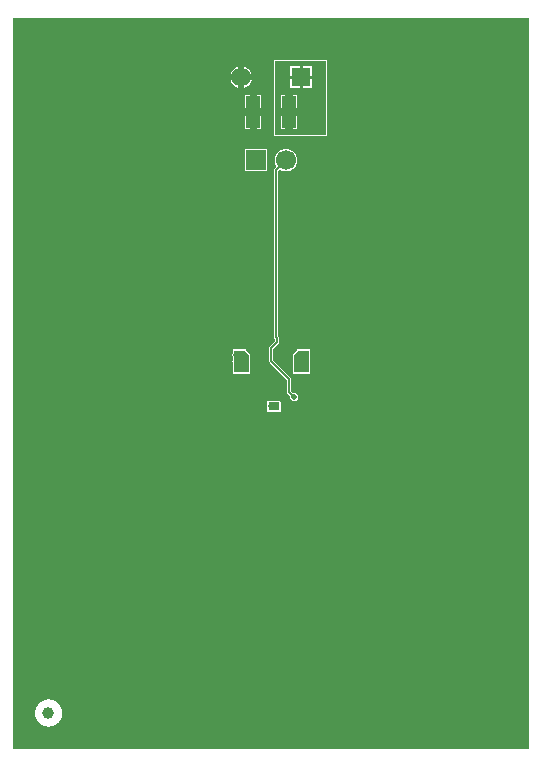
<source format=gbl>
G04*
G04 #@! TF.GenerationSoftware,Altium Limited,Altium Designer,24.2.2 (26)*
G04*
G04 Layer_Physical_Order=4*
G04 Layer_Color=16711680*
%FSLAX26Y26*%
%MOIN*%
G70*
G04*
G04 #@! TF.SameCoordinates,B184214D-E36B-41BB-B0D7-08C86D9F1EC7*
G04*
G04*
G04 #@! TF.FilePolarity,Positive*
G04*
G01*
G75*
%ADD14C,0.005000*%
%ADD29C,0.066929*%
%ADD30R,0.066929X0.066929*%
%ADD31C,0.064961*%
%ADD32R,0.064961X0.064961*%
%ADD39C,0.039370*%
%ADD42C,0.023622*%
%ADD43C,0.019685*%
%ADD53R,0.045276X0.106299*%
%ADD54R,0.004921X0.023622*%
%ADD55R,0.011811X0.047244*%
%ADD56R,0.037114X0.031639*%
%ADD57C,0.069000*%
G36*
X1721435Y2434848D02*
Y0D01*
X0D01*
Y2434849D01*
X1721435Y2434848D01*
D02*
G37*
%LPC*%
G36*
X770717Y2273315D02*
Y2248223D01*
X795810D01*
X795316Y2249819D01*
X794743Y2251404D01*
X794098Y2252962D01*
X793382Y2254488D01*
X792596Y2255979D01*
X791742Y2257432D01*
X790822Y2258845D01*
X789837Y2260213D01*
X788790Y2261534D01*
X787684Y2262806D01*
X786520Y2264025D01*
X785301Y2265189D01*
X784029Y2266296D01*
X782707Y2267342D01*
X781339Y2268327D01*
X779927Y2269247D01*
X778473Y2270101D01*
X776982Y2270887D01*
X775456Y2271604D01*
X773899Y2272249D01*
X772313Y2272821D01*
X770717Y2273315D01*
D02*
G37*
G36*
X750717Y2273315D02*
X749121Y2272821D01*
X747536Y2272249D01*
X745978Y2271604D01*
X744452Y2270887D01*
X742961Y2270101D01*
X741508Y2269247D01*
X740096Y2268327D01*
X738727Y2267342D01*
X737406Y2266296D01*
X736134Y2265189D01*
X734915Y2264025D01*
X733751Y2262806D01*
X732644Y2261534D01*
X731598Y2260213D01*
X730613Y2258845D01*
X729693Y2257432D01*
X728839Y2255979D01*
X728053Y2254488D01*
X727337Y2252962D01*
X726691Y2251404D01*
X726119Y2249819D01*
X725625Y2248223D01*
X750717D01*
Y2273315D01*
D02*
G37*
G36*
X795810Y2228223D02*
X770717D01*
Y2203130D01*
X772313Y2203624D01*
X773899Y2204197D01*
X775456Y2204842D01*
X776982Y2205558D01*
X778473Y2206344D01*
X779927Y2207198D01*
X781339Y2208119D01*
X782707Y2209103D01*
X784029Y2210150D01*
X785301Y2211256D01*
X786520Y2212420D01*
X787684Y2213640D01*
X788790Y2214911D01*
X789837Y2216233D01*
X790822Y2217601D01*
X791742Y2219013D01*
X792596Y2220466D01*
X793382Y2221958D01*
X794098Y2223484D01*
X794743Y2225041D01*
X795316Y2226626D01*
X795810Y2228223D01*
D02*
G37*
G36*
X750717D02*
X725625D01*
X726119Y2226626D01*
X726691Y2225041D01*
X727337Y2223484D01*
X728053Y2221958D01*
X728839Y2220466D01*
X729693Y2219013D01*
X730613Y2217601D01*
X731598Y2216233D01*
X732644Y2214911D01*
X733751Y2213640D01*
X734915Y2212420D01*
X736134Y2211256D01*
X737406Y2210150D01*
X738727Y2209103D01*
X740096Y2208119D01*
X741508Y2207198D01*
X742961Y2206344D01*
X744452Y2205558D01*
X745978Y2204842D01*
X747536Y2204197D01*
X749121Y2203624D01*
X750717Y2203130D01*
Y2228223D01*
D02*
G37*
G36*
X828300Y2178754D02*
X814162D01*
Y2134104D01*
X828300D01*
Y2178754D01*
D02*
G37*
G36*
X789162D02*
X775024D01*
Y2134104D01*
X789162D01*
Y2178754D01*
D02*
G37*
G36*
X828300Y2109104D02*
X814162D01*
Y2064455D01*
X828300D01*
Y2109104D01*
D02*
G37*
G36*
X789162D02*
X775024D01*
Y2064455D01*
X789162D01*
Y2109104D01*
D02*
G37*
G36*
X1044458Y2295336D02*
X873584D01*
X873061Y2295302D01*
X872547Y2295199D01*
X872050Y2295031D01*
X871580Y2294799D01*
X871144Y2294508D01*
X870750Y2294162D01*
X870404Y2293768D01*
X870113Y2293332D01*
X869881Y2292861D01*
X869712Y2292365D01*
X869610Y2291851D01*
X869576Y2291327D01*
Y2046534D01*
X869610Y2046010D01*
X869712Y2045496D01*
X869881Y2044999D01*
X870113Y2044529D01*
X870404Y2044093D01*
X870750Y2043699D01*
X871144Y2043353D01*
X871580Y2043062D01*
X872050Y2042830D01*
X872547Y2042661D01*
X873061Y2042559D01*
X873584Y2042525D01*
X1044458D01*
X1044981Y2042559D01*
X1045495Y2042661D01*
X1045992Y2042830D01*
X1046462Y2043062D01*
X1046898Y2043353D01*
X1047292Y2043699D01*
X1047638Y2044093D01*
X1047929Y2044529D01*
X1048161Y2044999D01*
X1048330Y2045496D01*
X1048432Y2046010D01*
X1048466Y2046534D01*
Y2291327D01*
X1048432Y2291851D01*
X1048330Y2292365D01*
X1048161Y2292861D01*
X1047929Y2293332D01*
X1047638Y2293768D01*
X1047292Y2294162D01*
X1046898Y2294508D01*
X1046462Y2294799D01*
X1045992Y2295031D01*
X1045495Y2295199D01*
X1044981Y2295302D01*
X1044458Y2295336D01*
D02*
G37*
G36*
X847639Y1999348D02*
X772710D01*
Y1924419D01*
X847639D01*
Y1999348D01*
D02*
G37*
G36*
X910174Y1999358D02*
X908443Y1999318D01*
X906716Y1999198D01*
X904997Y1998999D01*
X903288Y1998720D01*
X901594Y1998363D01*
X899919Y1997928D01*
X898265Y1997416D01*
X896637Y1996828D01*
X895037Y1996165D01*
X893470Y1995430D01*
X891939Y1994622D01*
X890446Y1993745D01*
X888996Y1992800D01*
X887591Y1991789D01*
X886234Y1990714D01*
X884928Y1989578D01*
X883676Y1988382D01*
X882480Y1987130D01*
X881344Y1985824D01*
X880269Y1984467D01*
X879258Y1983062D01*
X878312Y1981612D01*
X877435Y1980119D01*
X876628Y1978588D01*
X875893Y1977021D01*
X875230Y1975421D01*
X874642Y1973793D01*
X874130Y1972139D01*
X873695Y1970464D01*
X873338Y1968770D01*
X873059Y1967061D01*
X872859Y1965342D01*
X872740Y1963615D01*
X872699Y1961884D01*
X872740Y1960153D01*
X872859Y1958426D01*
X873059Y1956707D01*
X873338Y1954998D01*
X873695Y1953304D01*
X874130Y1951629D01*
X874642Y1949975D01*
X875230Y1948347D01*
X875893Y1946747D01*
X876628Y1945180D01*
X877435Y1943649D01*
X878312Y1942156D01*
X879258Y1940706D01*
X879481Y1940395D01*
X871605Y1932518D01*
X871176Y1932045D01*
X870795Y1931532D01*
X870467Y1930984D01*
X870194Y1930407D01*
X869979Y1929805D01*
X869824Y1929186D01*
X869730Y1928554D01*
X869699Y1927916D01*
Y1373571D01*
X869730Y1372933D01*
X869824Y1372301D01*
X869979Y1371682D01*
X870194Y1371080D01*
X870467Y1370503D01*
X870795Y1369955D01*
X871176Y1369442D01*
X871605Y1368969D01*
X874376Y1366197D01*
Y1358050D01*
X856116Y1339790D01*
X855687Y1339316D01*
X855306Y1338803D01*
X854978Y1338256D01*
X854705Y1337678D01*
X854490Y1337077D01*
X854335Y1336457D01*
X854241Y1335826D01*
X854210Y1335188D01*
Y1291981D01*
X854241Y1291343D01*
X854335Y1290711D01*
X854490Y1290092D01*
X854705Y1289491D01*
X854978Y1288913D01*
X855306Y1288365D01*
X855687Y1287852D01*
X856116Y1287379D01*
X913265Y1230230D01*
Y1189590D01*
X913296Y1188952D01*
X913390Y1188321D01*
X913545Y1187701D01*
X913760Y1187100D01*
X914033Y1186523D01*
X914361Y1185975D01*
X914742Y1185462D01*
X915171Y1184989D01*
X924646Y1175514D01*
X924600Y1175375D01*
X924355Y1174417D01*
X924180Y1173444D01*
X924074Y1172461D01*
X924039Y1171473D01*
X924074Y1170485D01*
X924180Y1169502D01*
X924355Y1168528D01*
X924600Y1167570D01*
X924912Y1166632D01*
X925290Y1165719D01*
X925733Y1164834D01*
X926237Y1163984D01*
X926802Y1163172D01*
X927422Y1162402D01*
X928096Y1161678D01*
X928819Y1161005D01*
X929589Y1160384D01*
X930401Y1159820D01*
X931252Y1159316D01*
X932136Y1158873D01*
X933049Y1158495D01*
X933988Y1158182D01*
X934946Y1157938D01*
X935919Y1157762D01*
X936902Y1157657D01*
X937890Y1157621D01*
X938878Y1157657D01*
X939861Y1157762D01*
X940834Y1157938D01*
X941792Y1158182D01*
X942731Y1158495D01*
X943644Y1158873D01*
X944528Y1159316D01*
X945379Y1159820D01*
X946191Y1160384D01*
X946961Y1161005D01*
X947684Y1161678D01*
X948358Y1162402D01*
X948979Y1163172D01*
X949543Y1163984D01*
X950047Y1164834D01*
X950490Y1165719D01*
X950868Y1166632D01*
X951180Y1167570D01*
X951425Y1168528D01*
X951600Y1169502D01*
X951706Y1170485D01*
X951741Y1171473D01*
X951706Y1172461D01*
X951600Y1173444D01*
X951425Y1174417D01*
X951180Y1175375D01*
X950868Y1176313D01*
X950490Y1177227D01*
X950047Y1178111D01*
X949543Y1178961D01*
X948979Y1179774D01*
X948358Y1180543D01*
X947684Y1181267D01*
X946961Y1181941D01*
X946191Y1182561D01*
X945379Y1183125D01*
X944528Y1183630D01*
X943644Y1184072D01*
X942731Y1184451D01*
X941792Y1184763D01*
X940834Y1185007D01*
X939861Y1185183D01*
X938878Y1185289D01*
X937890Y1185324D01*
X936902Y1185289D01*
X935919Y1185183D01*
X934946Y1185007D01*
X933988Y1184763D01*
X933849Y1184717D01*
X926280Y1192286D01*
Y1232926D01*
X926249Y1233564D01*
X926155Y1234196D01*
X926000Y1234815D01*
X925785Y1235416D01*
X925512Y1235994D01*
X925183Y1236542D01*
X924803Y1237054D01*
X924374Y1237528D01*
X867225Y1294677D01*
Y1332492D01*
X885486Y1350753D01*
X885915Y1351226D01*
X886295Y1351739D01*
X886624Y1352287D01*
X886897Y1352864D01*
X887112Y1353466D01*
X887267Y1354085D01*
X887361Y1354717D01*
X887392Y1355355D01*
Y1368893D01*
X887361Y1369531D01*
X887267Y1370163D01*
X887189Y1370473D01*
X887112Y1370782D01*
X886897Y1371383D01*
X886624Y1371961D01*
X886295Y1372509D01*
X885915Y1373022D01*
X885486Y1373495D01*
X882714Y1376266D01*
Y1925221D01*
X888685Y1931191D01*
X888996Y1930967D01*
X890446Y1930022D01*
X891939Y1929145D01*
X893470Y1928338D01*
X895037Y1927602D01*
X896637Y1926940D01*
X898265Y1926352D01*
X899919Y1925840D01*
X901594Y1925405D01*
X903288Y1925047D01*
X904997Y1924769D01*
X906716Y1924569D01*
X908443Y1924449D01*
X910174Y1924409D01*
X911905Y1924449D01*
X913632Y1924569D01*
X915351Y1924769D01*
X917060Y1925047D01*
X918754Y1925405D01*
X920429Y1925840D01*
X922083Y1926352D01*
X923711Y1926940D01*
X925311Y1927602D01*
X926878Y1928338D01*
X928409Y1929145D01*
X929902Y1930022D01*
X931352Y1930967D01*
X932757Y1931979D01*
X934115Y1933053D01*
X935420Y1934190D01*
X936673Y1935385D01*
X937868Y1936638D01*
X939004Y1937943D01*
X940079Y1939301D01*
X941090Y1940706D01*
X942035Y1942156D01*
X942913Y1943649D01*
X943720Y1945180D01*
X944455Y1946747D01*
X945118Y1948347D01*
X945706Y1949975D01*
X946218Y1951629D01*
X946653Y1953304D01*
X947010Y1954998D01*
X947289Y1956707D01*
X947489Y1958426D01*
X947609Y1960153D01*
X947649Y1961884D01*
X947609Y1963615D01*
X947489Y1965342D01*
X947289Y1967061D01*
X947010Y1968770D01*
X946653Y1970464D01*
X946218Y1972139D01*
X945706Y1973793D01*
X945118Y1975421D01*
X944455Y1977021D01*
X943720Y1978588D01*
X942913Y1980119D01*
X942035Y1981612D01*
X941090Y1983062D01*
X940079Y1984467D01*
X939004Y1985824D01*
X937868Y1987130D01*
X936673Y1988382D01*
X935420Y1989578D01*
X934115Y1990714D01*
X932757Y1991789D01*
X931352Y1992800D01*
X929902Y1993745D01*
X928409Y1994622D01*
X926878Y1995430D01*
X925311Y1996165D01*
X923711Y1996828D01*
X922083Y1997416D01*
X920429Y1997928D01*
X918754Y1998363D01*
X917060Y1998720D01*
X915351Y1998999D01*
X913632Y1999198D01*
X911905Y1999318D01*
X910174Y1999358D01*
D02*
G37*
G36*
X987391Y1331240D02*
X948705D01*
X948696Y1331239D01*
X948686Y1331240D01*
X948424Y1331221D01*
X948182Y1331205D01*
X948173Y1331204D01*
X948163Y1331203D01*
X947912Y1331152D01*
X947668Y1331103D01*
X947659Y1331100D01*
X947649Y1331098D01*
X947419Y1331018D01*
X947171Y1330935D01*
X947162Y1330930D01*
X947154Y1330927D01*
X946922Y1330812D01*
X946701Y1330703D01*
X946694Y1330698D01*
X946684Y1330693D01*
X946462Y1330543D01*
X946265Y1330411D01*
X946258Y1330405D01*
X946250Y1330400D01*
X946061Y1330232D01*
X945871Y1330066D01*
X945864Y1330058D01*
X945857Y1330052D01*
X945694Y1329863D01*
X945525Y1329671D01*
X945520Y1329663D01*
X945514Y1329656D01*
X934899Y1315686D01*
X932894D01*
Y1311817D01*
X932886Y1311686D01*
Y1254118D01*
X932920Y1253595D01*
X933022Y1253080D01*
X933191Y1252584D01*
X933423Y1252114D01*
X933714Y1251678D01*
X934060Y1251283D01*
X934454Y1250938D01*
X934890Y1250646D01*
X935360Y1250414D01*
X935857Y1250246D01*
X936371Y1250144D01*
X936894Y1250109D01*
X987391D01*
X987914Y1250144D01*
X988429Y1250246D01*
X988925Y1250414D01*
X989395Y1250646D01*
X989832Y1250938D01*
X990226Y1251283D01*
X990571Y1251678D01*
X990863Y1252114D01*
X991095Y1252584D01*
X991263Y1253080D01*
X991365Y1253595D01*
X991400Y1254118D01*
Y1327231D01*
X991365Y1327754D01*
X991263Y1328269D01*
X991095Y1328765D01*
X990863Y1329235D01*
X990571Y1329671D01*
X990226Y1330066D01*
X989832Y1330411D01*
X989395Y1330703D01*
X988925Y1330935D01*
X988429Y1331103D01*
X987914Y1331205D01*
X987391Y1331240D01*
D02*
G37*
G36*
X774857D02*
X736171D01*
X735648Y1331205D01*
X735133Y1331103D01*
X734637Y1330935D01*
X734167Y1330703D01*
X733731Y1330411D01*
X733336Y1330066D01*
X732991Y1329671D01*
X732699Y1329235D01*
X732467Y1328765D01*
X732299Y1328269D01*
X732197Y1327754D01*
X732162Y1327231D01*
Y1318596D01*
X731949Y1317956D01*
X731705Y1316998D01*
X731529Y1316025D01*
X731423Y1315042D01*
X731388Y1314054D01*
X731423Y1313066D01*
X731529Y1312083D01*
X731705Y1311110D01*
X731949Y1310151D01*
X732162Y1309512D01*
Y1295243D01*
X732030Y1294513D01*
X731925Y1293530D01*
X731889Y1292542D01*
X731925Y1291553D01*
X732030Y1290570D01*
X732162Y1289840D01*
Y1272621D01*
X732117Y1272199D01*
X732082Y1271211D01*
X732117Y1270223D01*
X732162Y1269800D01*
Y1254118D01*
X732197Y1253595D01*
X732299Y1253080D01*
X732467Y1252584D01*
X732699Y1252114D01*
X732991Y1251678D01*
X733336Y1251283D01*
X733731Y1250938D01*
X734167Y1250646D01*
X734637Y1250414D01*
X735133Y1250246D01*
X735648Y1250144D01*
X736171Y1250109D01*
X786668D01*
X787191Y1250144D01*
X787705Y1250246D01*
X788202Y1250414D01*
X788672Y1250646D01*
X789108Y1250938D01*
X789502Y1251283D01*
X789848Y1251678D01*
X790139Y1252114D01*
X790371Y1252584D01*
X790540Y1253080D01*
X790642Y1253595D01*
X790676Y1254118D01*
Y1311686D01*
X790668Y1311817D01*
Y1315686D01*
X788663D01*
X778048Y1329656D01*
X778042Y1329663D01*
X778037Y1329671D01*
X777868Y1329863D01*
X777705Y1330052D01*
X777698Y1330058D01*
X777691Y1330066D01*
X777495Y1330237D01*
X777312Y1330400D01*
X777304Y1330405D01*
X777297Y1330411D01*
X777086Y1330552D01*
X776878Y1330693D01*
X776869Y1330697D01*
X776861Y1330703D01*
X776632Y1330816D01*
X776408Y1330927D01*
X776400Y1330930D01*
X776391Y1330935D01*
X776143Y1331018D01*
X775913Y1331098D01*
X775903Y1331100D01*
X775894Y1331103D01*
X775650Y1331152D01*
X775399Y1331203D01*
X775389Y1331204D01*
X775380Y1331205D01*
X775127Y1331222D01*
X774876Y1331240D01*
X774867Y1331239D01*
X774857Y1331240D01*
D02*
G37*
G36*
X887989Y1160641D02*
X850875D01*
X850352Y1160606D01*
X849837Y1160504D01*
X849341Y1160335D01*
X848870Y1160103D01*
X848434Y1159812D01*
X848040Y1159466D01*
X847695Y1159072D01*
X847403Y1158636D01*
X847171Y1158166D01*
X847003Y1157669D01*
X846900Y1157155D01*
X846866Y1156632D01*
Y1140806D01*
X846866Y1140800D01*
X846866Y1140794D01*
Y1124993D01*
X846900Y1124470D01*
X847003Y1123955D01*
X847171Y1123459D01*
X847403Y1122988D01*
X847695Y1122553D01*
X848040Y1122158D01*
X848434Y1121813D01*
X848870Y1121521D01*
X849341Y1121289D01*
X849837Y1121121D01*
X850352Y1121018D01*
X850875Y1120984D01*
X887989D01*
X888512Y1121018D01*
X889026Y1121121D01*
X889523Y1121289D01*
X889993Y1121521D01*
X890429Y1121813D01*
X890823Y1122158D01*
X891169Y1122553D01*
X891460Y1122988D01*
X891692Y1123459D01*
X891861Y1123955D01*
X891963Y1124470D01*
X891997Y1124993D01*
Y1156632D01*
X891963Y1157155D01*
X891861Y1157669D01*
X891692Y1158166D01*
X891460Y1158636D01*
X891169Y1159072D01*
X890823Y1159466D01*
X890429Y1159812D01*
X889993Y1160103D01*
X889523Y1160335D01*
X889026Y1160504D01*
X888512Y1160606D01*
X887989Y1160641D01*
D02*
G37*
G36*
X119104Y164453D02*
X117230Y164414D01*
X115360Y164298D01*
X113495Y164105D01*
X111640Y163834D01*
X109798Y163488D01*
X107972Y163065D01*
X106165Y162568D01*
X104380Y161996D01*
X102620Y161351D01*
X100888Y160633D01*
X99188Y159845D01*
X97521Y158987D01*
X95891Y158061D01*
X94301Y157069D01*
X92754Y156011D01*
X91251Y154891D01*
X89796Y153709D01*
X88391Y152468D01*
X87038Y151171D01*
X85741Y149818D01*
X84500Y148413D01*
X83318Y146958D01*
X82198Y145455D01*
X81140Y143908D01*
X80148Y142318D01*
X79222Y140688D01*
X78364Y139021D01*
X77576Y137321D01*
X76858Y135589D01*
X76213Y133829D01*
X75641Y132044D01*
X75144Y130237D01*
X74721Y128411D01*
X74375Y126569D01*
X74104Y124714D01*
X73911Y122849D01*
X73795Y120978D01*
X73756Y119105D01*
X73795Y117231D01*
X73911Y115360D01*
X74104Y113495D01*
X74375Y111640D01*
X74721Y109798D01*
X75144Y107972D01*
X75641Y106165D01*
X76213Y104380D01*
X76858Y102620D01*
X77576Y100888D01*
X78364Y99188D01*
X79222Y97521D01*
X80148Y95891D01*
X81140Y94301D01*
X82198Y92754D01*
X83318Y91251D01*
X84500Y89796D01*
X85741Y88391D01*
X87038Y87038D01*
X88391Y85741D01*
X89796Y84500D01*
X91251Y83318D01*
X92754Y82198D01*
X94301Y81140D01*
X95891Y80148D01*
X97521Y79222D01*
X99188Y78364D01*
X100888Y77576D01*
X102620Y76858D01*
X104380Y76213D01*
X106165Y75641D01*
X107972Y75144D01*
X109798Y74721D01*
X111640Y74375D01*
X113495Y74104D01*
X115360Y73911D01*
X117230Y73795D01*
X119104Y73756D01*
X120978Y73795D01*
X122849Y73911D01*
X124714Y74104D01*
X126569Y74375D01*
X128411Y74721D01*
X130237Y75144D01*
X132044Y75641D01*
X133829Y76213D01*
X135589Y76858D01*
X137321Y77576D01*
X139021Y78364D01*
X140688Y79222D01*
X142317Y80148D01*
X143908Y81140D01*
X145455Y82198D01*
X146958Y83318D01*
X148413Y84500D01*
X149818Y85741D01*
X151171Y87038D01*
X152468Y88391D01*
X153709Y89796D01*
X154891Y91251D01*
X156011Y92754D01*
X157069Y94301D01*
X158061Y95891D01*
X158987Y97521D01*
X159845Y99188D01*
X160633Y100888D01*
X161351Y102620D01*
X161996Y104380D01*
X162567Y106165D01*
X163065Y107972D01*
X163488Y109798D01*
X163834Y111640D01*
X164105Y113495D01*
X164298Y115360D01*
X164414Y117231D01*
X164453Y119105D01*
X164414Y120978D01*
X164298Y122849D01*
X164105Y124714D01*
X163834Y126569D01*
X163488Y128411D01*
X163065Y130237D01*
X162567Y132044D01*
X161996Y133829D01*
X161351Y135589D01*
X160633Y137321D01*
X159845Y139021D01*
X158987Y140688D01*
X158061Y142318D01*
X157069Y143908D01*
X156011Y145455D01*
X154891Y146958D01*
X153709Y148413D01*
X152468Y149818D01*
X151171Y151171D01*
X149818Y152468D01*
X148413Y153709D01*
X146958Y154891D01*
X145455Y156011D01*
X143908Y157069D01*
X142317Y158061D01*
X140688Y158987D01*
X139021Y159845D01*
X137321Y160633D01*
X135589Y161351D01*
X133829Y161996D01*
X132044Y162568D01*
X130237Y163065D01*
X128411Y163488D01*
X126569Y163834D01*
X124714Y164105D01*
X122849Y164298D01*
X120978Y164414D01*
X119104Y164453D01*
D02*
G37*
%LPD*%
G36*
X1044458Y2046534D02*
X873584D01*
Y2291327D01*
X1044458D01*
Y2046534D01*
D02*
G37*
%LPC*%
G36*
X997198Y2274703D02*
X965717D01*
Y2243223D01*
X997198D01*
Y2274703D01*
D02*
G37*
G36*
X955717D02*
X924237D01*
Y2243223D01*
X955717D01*
Y2274703D01*
D02*
G37*
G36*
X997198Y2233223D02*
X965717D01*
Y2201742D01*
X997198D01*
Y2233223D01*
D02*
G37*
G36*
X955717D02*
X924237D01*
Y2201742D01*
X955717D01*
Y2233223D01*
D02*
G37*
G36*
X946410Y2178754D02*
X932272D01*
Y2134104D01*
X946410D01*
Y2178754D01*
D02*
G37*
G36*
X907272D02*
X893135D01*
Y2134104D01*
X907272D01*
Y2178754D01*
D02*
G37*
G36*
X946410Y2109104D02*
X932272D01*
Y2064455D01*
X946410D01*
Y2109104D01*
D02*
G37*
G36*
X907272D02*
X893135D01*
Y2064455D01*
X907272D01*
Y2109104D01*
D02*
G37*
%LPD*%
G36*
X987391Y1254118D02*
X936894D01*
Y1311686D01*
X948705Y1327231D01*
X987391D01*
Y1254118D01*
D02*
G37*
G36*
X786668Y1311686D02*
Y1254118D01*
X736171D01*
Y1327231D01*
X774857D01*
X786668Y1311686D01*
D02*
G37*
D14*
X876207Y1927916D02*
X910174Y1961884D01*
X860717Y1335188D02*
X880884Y1355355D01*
X860717Y1291981D02*
X919772Y1232926D01*
X876207Y1373571D02*
X880884Y1368893D01*
Y1355355D02*
Y1368893D01*
X860717Y1291981D02*
Y1335188D01*
X919772Y1189590D02*
X937890Y1171473D01*
X919772Y1189590D02*
Y1232926D01*
X876207Y1373571D02*
Y1927916D01*
D29*
X910174Y1961884D02*
D03*
D30*
X810174D02*
D03*
D31*
X760717Y2238223D02*
D03*
D32*
X960717D02*
D03*
D39*
X118461Y118461D02*
D03*
D42*
X1400001Y2195905D02*
D03*
Y1235906D02*
D03*
Y995905D02*
D03*
Y275906D02*
D03*
X1280001Y2195905D02*
D03*
X1340001Y2075905D02*
D03*
X1280001Y1955906D02*
D03*
X1340001Y1595906D02*
D03*
X1280001Y1475906D02*
D03*
X1340001Y1355906D02*
D03*
X1280001Y1235906D02*
D03*
X1340001Y1115906D02*
D03*
X1280001Y515905D02*
D03*
X1340001Y395906D02*
D03*
X1160001Y2195905D02*
D03*
X1220001Y2075905D02*
D03*
X1160001Y1955906D02*
D03*
X1220001Y1835906D02*
D03*
X1160001Y1475906D02*
D03*
X1220001Y1355906D02*
D03*
X1160001Y1235906D02*
D03*
Y515905D02*
D03*
X1220001Y395906D02*
D03*
X1040001Y1955906D02*
D03*
X1100001Y1835906D02*
D03*
X1040001Y1715906D02*
D03*
Y995905D02*
D03*
X1100001Y875905D02*
D03*
X1040001Y755905D02*
D03*
X1100001Y635905D02*
D03*
X1040001Y515905D02*
D03*
X1100001Y395906D02*
D03*
X980001Y1835906D02*
D03*
Y1595906D02*
D03*
Y875905D02*
D03*
Y635905D02*
D03*
Y395906D02*
D03*
X800001Y1715906D02*
D03*
X860001Y155905D02*
D03*
X680001Y1955906D02*
D03*
X740001Y1835906D02*
D03*
X680001Y1715906D02*
D03*
X740001Y1595906D02*
D03*
Y1115906D02*
D03*
X680001Y995905D02*
D03*
X740001Y875905D02*
D03*
X680001Y755905D02*
D03*
X740001Y635905D02*
D03*
X680001Y515905D02*
D03*
X740001Y395906D02*
D03*
X620001Y2315905D02*
D03*
X560001Y2195905D02*
D03*
X620001Y2075905D02*
D03*
X560001Y1955906D02*
D03*
X620001Y1835906D02*
D03*
X560001Y1475906D02*
D03*
Y1235906D02*
D03*
X620001Y875905D02*
D03*
Y635905D02*
D03*
X560001Y515905D02*
D03*
X620001Y395906D02*
D03*
X440001Y2195905D02*
D03*
X500001Y2075905D02*
D03*
X440001Y1955906D02*
D03*
X500001Y1835906D02*
D03*
X440001Y1475906D02*
D03*
X500001Y1355906D02*
D03*
X440001Y1235906D02*
D03*
Y515905D02*
D03*
X500001Y395906D02*
D03*
X320001Y2195905D02*
D03*
X380001Y2075905D02*
D03*
Y1595906D02*
D03*
Y1355906D02*
D03*
X320001Y1235906D02*
D03*
X380001Y1115906D02*
D03*
X320001Y995905D02*
D03*
X380001Y395906D02*
D03*
X320001Y275906D02*
D03*
X260001Y2315905D02*
D03*
Y155905D02*
D03*
X140001Y2315905D02*
D03*
D43*
X1017704Y2263053D02*
D03*
Y2194134D02*
D03*
Y2228594D02*
D03*
X898818Y2194709D02*
D03*
Y2229168D02*
D03*
Y2263628D02*
D03*
X1013683Y2066059D02*
D03*
Y2100519D02*
D03*
X1012822Y2134978D02*
D03*
X978362Y2066059D02*
D03*
Y2100519D02*
D03*
Y2134978D02*
D03*
X1012822Y2169438D02*
D03*
X978362D02*
D03*
X371972Y1770386D02*
D03*
X200999Y2186197D02*
D03*
X171314D02*
D03*
X141629D02*
D03*
X111944D02*
D03*
X82259D02*
D03*
X52574D02*
D03*
X1520436Y1840576D02*
D03*
X1550121D02*
D03*
X1579806D02*
D03*
X1609491D02*
D03*
X1639176D02*
D03*
X1668861D02*
D03*
X1520436Y1648401D02*
D03*
X1550121D02*
D03*
X1579806D02*
D03*
X1609491D02*
D03*
X1639176D02*
D03*
X1668861D02*
D03*
X1520436Y764985D02*
D03*
X1550121D02*
D03*
X1579806D02*
D03*
X1609491D02*
D03*
X1639176D02*
D03*
X1668861D02*
D03*
X1520436Y572810D02*
D03*
X1550121D02*
D03*
X1579806D02*
D03*
X1609491D02*
D03*
X1639176D02*
D03*
X1668861D02*
D03*
X956805Y200999D02*
D03*
Y171314D02*
D03*
Y141629D02*
D03*
Y111944D02*
D03*
Y82259D02*
D03*
Y52574D02*
D03*
X764630Y200999D02*
D03*
Y171314D02*
D03*
Y141629D02*
D03*
Y111944D02*
D03*
Y82259D02*
D03*
Y52574D02*
D03*
X200999Y572810D02*
D03*
X171314D02*
D03*
X141629D02*
D03*
X111944D02*
D03*
X82259D02*
D03*
X52574D02*
D03*
X200999Y764985D02*
D03*
X171314D02*
D03*
X141629D02*
D03*
X111944D02*
D03*
X82259D02*
D03*
X52574D02*
D03*
X200999Y1840576D02*
D03*
X171314D02*
D03*
X141629D02*
D03*
X111944D02*
D03*
X82259D02*
D03*
X52574D02*
D03*
Y1648401D02*
D03*
X82259D02*
D03*
X111944D02*
D03*
X141629D02*
D03*
X171314D02*
D03*
X200999D02*
D03*
X230684Y227190D02*
D03*
Y256875D02*
D03*
Y286560D02*
D03*
Y316245D02*
D03*
Y345930D02*
D03*
Y375615D02*
D03*
X200999Y227190D02*
D03*
X171314D02*
D03*
X141629D02*
D03*
X111944D02*
D03*
X82259D02*
D03*
X52574D02*
D03*
X419009Y230684D02*
D03*
X448694D02*
D03*
X478379D02*
D03*
X508064D02*
D03*
X537749D02*
D03*
X419009Y200999D02*
D03*
Y171314D02*
D03*
Y141629D02*
D03*
Y111944D02*
D03*
Y82259D02*
D03*
Y52574D02*
D03*
X1302425Y230684D02*
D03*
X1272740D02*
D03*
X1243055D02*
D03*
X1213370D02*
D03*
X1183685D02*
D03*
X1154000D02*
D03*
X1302425Y200999D02*
D03*
Y171314D02*
D03*
Y141629D02*
D03*
Y111944D02*
D03*
Y82259D02*
D03*
Y52574D02*
D03*
X1490751Y227190D02*
D03*
Y256875D02*
D03*
Y286560D02*
D03*
Y316245D02*
D03*
Y345930D02*
D03*
X1520436Y227190D02*
D03*
X1550121D02*
D03*
X1579806D02*
D03*
X1609491D02*
D03*
X1639176D02*
D03*
X1668861D02*
D03*
X1490751Y1110606D02*
D03*
Y1080921D02*
D03*
Y1051236D02*
D03*
Y1021551D02*
D03*
Y991866D02*
D03*
Y962181D02*
D03*
X1520436Y1110606D02*
D03*
X1550121D02*
D03*
X1579806D02*
D03*
X1609491D02*
D03*
X1639176D02*
D03*
X1668861D02*
D03*
X1490751Y1302781D02*
D03*
Y1332466D02*
D03*
Y1362151D02*
D03*
Y1391836D02*
D03*
Y1421521D02*
D03*
X1520436Y1302781D02*
D03*
X1550121D02*
D03*
X1579806D02*
D03*
X1609491D02*
D03*
X1639176D02*
D03*
X1668861D02*
D03*
X1490751Y2186197D02*
D03*
Y2156512D02*
D03*
Y2126827D02*
D03*
Y2097142D02*
D03*
Y2067457D02*
D03*
Y2037772D02*
D03*
X1520436Y2186197D02*
D03*
X1550121D02*
D03*
X1579806D02*
D03*
X1609491D02*
D03*
X1639176D02*
D03*
X1668861D02*
D03*
X230684D02*
D03*
Y2156512D02*
D03*
Y2126827D02*
D03*
Y2097142D02*
D03*
Y2067457D02*
D03*
Y2037772D02*
D03*
Y1302781D02*
D03*
Y1332466D02*
D03*
Y1362151D02*
D03*
Y1391836D02*
D03*
Y1421521D02*
D03*
Y1451206D02*
D03*
X200999Y1302781D02*
D03*
X171314D02*
D03*
X141629D02*
D03*
X111944D02*
D03*
X82259D02*
D03*
X52574D02*
D03*
Y1110606D02*
D03*
X82259D02*
D03*
X111944D02*
D03*
X141629D02*
D03*
X171314D02*
D03*
X200999D02*
D03*
X230684Y962181D02*
D03*
Y991866D02*
D03*
Y1021551D02*
D03*
Y1051236D02*
D03*
Y1080921D02*
D03*
Y1110606D02*
D03*
X816792Y1306858D02*
D03*
X905242Y1319560D02*
D03*
X691519Y1430586D02*
D03*
X844669Y1376951D02*
D03*
X1405326Y668898D02*
D03*
Y1744489D02*
D03*
X316109Y1744489D02*
D03*
Y668898D02*
D03*
X1399431Y1693819D02*
D03*
X1418150Y1670780D02*
D03*
X1432533Y1644812D02*
D03*
X1441139Y1616402D02*
D03*
X1444559Y1586915D02*
D03*
X1444624Y1557230D02*
D03*
Y1527545D02*
D03*
X1445361Y1497869D02*
D03*
X1458089Y1471051D02*
D03*
X1483848Y1456298D02*
D03*
X1485597Y1517116D02*
D03*
Y1546801D02*
D03*
Y1576486D02*
D03*
X1484431Y1606149D02*
D03*
X1479018Y1635336D02*
D03*
X1469163Y1663337D02*
D03*
X1455041Y1689448D02*
D03*
X1437174Y1713153D02*
D03*
X1449883Y2006016D02*
D03*
X1444624Y1976801D02*
D03*
Y1947116D02*
D03*
Y1917431D02*
D03*
X1443621Y1887763D02*
D03*
X1437617Y1858691D02*
D03*
X1426187Y1831295D02*
D03*
X1409623Y1806661D02*
D03*
X1389298Y1785025D02*
D03*
X1433447Y1771574D02*
D03*
X1451899Y1794827D02*
D03*
X1466667Y1820578D02*
D03*
X1477418Y1848248D02*
D03*
X1483911Y1877214D02*
D03*
X1485597Y1906851D02*
D03*
Y1936536D02*
D03*
Y1966221D02*
D03*
X289176Y1718758D02*
D03*
X270539Y1695652D02*
D03*
X255567Y1670019D02*
D03*
X244596Y1642436D02*
D03*
X237873Y1613522D02*
D03*
X235838Y1583907D02*
D03*
Y1554222D02*
D03*
Y1524537D02*
D03*
X251595Y1461902D02*
D03*
X271826Y1483625D02*
D03*
X276810Y1512889D02*
D03*
Y1542574D02*
D03*
Y1572259D02*
D03*
X277860Y1601925D02*
D03*
X284046Y1630958D02*
D03*
X295562Y1658319D02*
D03*
X312278Y1682849D02*
D03*
X235838Y1971755D02*
D03*
Y1942070D02*
D03*
Y1912385D02*
D03*
X237010Y1882723D02*
D03*
X242458Y1853543D02*
D03*
X252319Y1825543D02*
D03*
X266454Y1799439D02*
D03*
X284332Y1775742D02*
D03*
X315749Y1802171D02*
D03*
X298063Y1826013D02*
D03*
X285743Y1853020D02*
D03*
X278461Y1881798D02*
D03*
X276810Y1911437D02*
D03*
Y1941122D02*
D03*
Y1970807D02*
D03*
X273899Y2000349D02*
D03*
X256163Y2024153D02*
D03*
X346493Y1770020D02*
D03*
X344111Y1719431D02*
D03*
X373783Y1718529D02*
D03*
X403459Y1717837D02*
D03*
X431980Y1709603D02*
D03*
X455781Y1691863D02*
D03*
X476771Y1670873D02*
D03*
X497762Y1649882D02*
D03*
X518752Y1628892D02*
D03*
X539743Y1607901D02*
D03*
X560733Y1586911D02*
D03*
X581724Y1565920D02*
D03*
X602714Y1544930D02*
D03*
X623705Y1523939D02*
D03*
X644695Y1502949D02*
D03*
X651428Y1474038D02*
D03*
X635404Y1449049D02*
D03*
X633572Y1419420D02*
D03*
X646382Y1392642D02*
D03*
X670608Y1375486D02*
D03*
X700122Y1372302D02*
D03*
X727447Y1383903D02*
D03*
X756142Y1391502D02*
D03*
X775289Y1368816D02*
D03*
X785602Y1340981D02*
D03*
X813847Y1331845D02*
D03*
X827592Y1393478D02*
D03*
X806602Y1414468D02*
D03*
X785562Y1435409D02*
D03*
X759237Y1449128D02*
D03*
X729568Y1448177D02*
D03*
X699962Y1450341D02*
D03*
X710873Y1477948D02*
D03*
X706949Y1507372D02*
D03*
X689606Y1531464D02*
D03*
X668615Y1552455D02*
D03*
X647625Y1573445D02*
D03*
X626634Y1594436D02*
D03*
X605644Y1615426D02*
D03*
X584653Y1636417D02*
D03*
X563663Y1657407D02*
D03*
X542672Y1678398D02*
D03*
X521682Y1699388D02*
D03*
X500691Y1720379D02*
D03*
X479135Y1740787D02*
D03*
X454280Y1757018D02*
D03*
X426247Y1766783D02*
D03*
X396796Y1770499D02*
D03*
X1296698Y1767146D02*
D03*
X1268586Y1757611D02*
D03*
X1243470Y1741787D02*
D03*
X1221831Y1721467D02*
D03*
X1200840Y1700476D02*
D03*
X1179850Y1679486D02*
D03*
X1158860Y1658495D02*
D03*
X1137869Y1637505D02*
D03*
X1116879Y1616514D02*
D03*
X1095888Y1595524D02*
D03*
X1074898Y1574533D02*
D03*
X1053907Y1553543D02*
D03*
X1032917Y1532552D02*
D03*
X1015085Y1508820D02*
D03*
X1010355Y1479514D02*
D03*
X1031003Y1423851D02*
D03*
X1007064Y1441406D02*
D03*
X978786Y1450437D02*
D03*
X949683Y1444589D02*
D03*
X926461Y1426097D02*
D03*
X908205Y1408425D02*
D03*
X892893Y1389928D02*
D03*
X864542Y1362124D02*
D03*
X925410Y1336446D02*
D03*
X946360Y1357477D02*
D03*
X958401Y1384610D02*
D03*
X987749Y1389069D02*
D03*
X1013271Y1373909D02*
D03*
X1042938Y1372884D02*
D03*
X1069292Y1386548D02*
D03*
X1085687Y1411295D02*
D03*
X1087976Y1440892D02*
D03*
X1075568Y1467859D02*
D03*
X1070978Y1497187D02*
D03*
X1091968Y1518178D02*
D03*
X1112958Y1539168D02*
D03*
X1133949Y1560159D02*
D03*
X1154939Y1581149D02*
D03*
X1175930Y1602139D02*
D03*
X1196920Y1623130D02*
D03*
X1217911Y1644120D02*
D03*
X1238901Y1665111D02*
D03*
X1259892Y1686101D02*
D03*
X1282176Y1705713D02*
D03*
X1309644Y1716969D02*
D03*
X1339288Y1718529D02*
D03*
X1368973Y1718529D02*
D03*
X1355953Y1770449D02*
D03*
X1326268D02*
D03*
X1449883Y930425D02*
D03*
X1444624Y901210D02*
D03*
Y871525D02*
D03*
Y841840D02*
D03*
X1443621Y812172D02*
D03*
X1437617Y783100D02*
D03*
X1426187Y755704D02*
D03*
X1409623Y731070D02*
D03*
X1433447Y695983D02*
D03*
X1451899Y719236D02*
D03*
X1466667Y744987D02*
D03*
X1477418Y772657D02*
D03*
X1483911Y801623D02*
D03*
X1485597Y831260D02*
D03*
Y860945D02*
D03*
Y890630D02*
D03*
X1378441Y639219D02*
D03*
X1399431Y618229D02*
D03*
X1418150Y595189D02*
D03*
X1432533Y569221D02*
D03*
X1441139Y540811D02*
D03*
X1444559Y511324D02*
D03*
X1444624Y481639D02*
D03*
Y451954D02*
D03*
X1445361Y422278D02*
D03*
X1458089Y395460D02*
D03*
X1483848Y380707D02*
D03*
X1485597Y441525D02*
D03*
Y471210D02*
D03*
Y500895D02*
D03*
X1484431Y530558D02*
D03*
X1479018Y559745D02*
D03*
X1469163Y587746D02*
D03*
X1455041Y613857D02*
D03*
X1437174Y637563D02*
D03*
X289176Y643167D02*
D03*
X270539Y620061D02*
D03*
X255567Y594429D02*
D03*
X244596Y566845D02*
D03*
X237873Y537932D02*
D03*
X235838Y508316D02*
D03*
Y478631D02*
D03*
Y448946D02*
D03*
X251595Y386311D02*
D03*
X271826Y408034D02*
D03*
X276810Y437298D02*
D03*
Y466983D02*
D03*
Y496668D02*
D03*
X277860Y526334D02*
D03*
X284046Y555367D02*
D03*
X295562Y582728D02*
D03*
X312278Y607259D02*
D03*
X235838Y896164D02*
D03*
Y866479D02*
D03*
Y836794D02*
D03*
X237010Y807133D02*
D03*
X242458Y777952D02*
D03*
X252319Y749952D02*
D03*
X266453Y723848D02*
D03*
X284332Y700152D02*
D03*
X315749Y726580D02*
D03*
X298063Y750421D02*
D03*
X285743Y777429D02*
D03*
X278461Y806207D02*
D03*
X276810Y835846D02*
D03*
Y865531D02*
D03*
Y895216D02*
D03*
X273899Y924758D02*
D03*
X256163Y948562D02*
D03*
X984658Y1191465D02*
D03*
X1013240Y1183451D02*
D03*
X1053569Y1218268D02*
D03*
X954973Y1191465D02*
D03*
X1035391Y1163688D02*
D03*
X1056382Y1142698D02*
D03*
X1077372Y1121707D02*
D03*
X1098363Y1100717D02*
D03*
X1119353Y1079726D02*
D03*
X1140343Y1058736D02*
D03*
X1161334Y1037745D02*
D03*
X1182324Y1016755D02*
D03*
X1202888Y995347D02*
D03*
X1217564Y969543D02*
D03*
X1222134Y940212D02*
D03*
Y910527D02*
D03*
Y880842D02*
D03*
Y851157D02*
D03*
Y821472D02*
D03*
Y791787D02*
D03*
Y762102D02*
D03*
X1222919Y732427D02*
D03*
X1230263Y703665D02*
D03*
X1246168Y678601D02*
D03*
X1268292Y658808D02*
D03*
X1295477Y646885D02*
D03*
X1324899Y642938D02*
D03*
X1354583D02*
D03*
X1370248Y694858D02*
D03*
X1340563D02*
D03*
X1310931Y696632D02*
D03*
X1285796Y712425D02*
D03*
X1274527Y739888D02*
D03*
X1274054Y769569D02*
D03*
Y799254D02*
D03*
Y828939D02*
D03*
Y858624D02*
D03*
Y888309D02*
D03*
Y917994D02*
D03*
X1273998Y947679D02*
D03*
X1269667Y977046D02*
D03*
X1259240Y1004840D02*
D03*
X1242404Y1029289D02*
D03*
X1221824Y1050681D02*
D03*
X1200834Y1071672D02*
D03*
X1179843Y1092662D02*
D03*
X1158853Y1113653D02*
D03*
X1137862Y1134643D02*
D03*
X1116872Y1155634D02*
D03*
X1095881Y1176624D02*
D03*
X1074891Y1197615D02*
D03*
X1028602Y1234326D02*
D03*
X998419Y1240675D02*
D03*
X716376Y1241725D02*
D03*
X688353Y1231932D02*
D03*
X663939Y1215045D02*
D03*
X642966Y1194037D02*
D03*
X621975Y1173047D02*
D03*
X600985Y1152056D02*
D03*
X579995Y1131066D02*
D03*
X559004Y1110075D02*
D03*
X538014Y1089085D02*
D03*
X517023Y1068094D02*
D03*
X496033Y1047104D02*
D03*
X475741Y1025437D02*
D03*
X460047Y1000240D02*
D03*
X450581Y972105D02*
D03*
X447381Y942593D02*
D03*
Y912908D02*
D03*
Y883223D02*
D03*
Y853538D02*
D03*
Y823853D02*
D03*
Y794168D02*
D03*
Y764483D02*
D03*
X446408Y734814D02*
D03*
X432340Y708673D02*
D03*
X405661Y695657D02*
D03*
X375987Y694858D02*
D03*
X346306Y694391D02*
D03*
X344388Y643785D02*
D03*
X374061Y642938D02*
D03*
X403746Y643126D02*
D03*
X432849Y648976D02*
D03*
X458946Y663122D02*
D03*
X479856Y684193D02*
D03*
X493601Y710504D02*
D03*
X499227Y739651D02*
D03*
X499301Y769336D02*
D03*
Y799021D02*
D03*
Y828706D02*
D03*
Y858391D02*
D03*
Y888076D02*
D03*
Y917761D02*
D03*
X499614Y947444D02*
D03*
X506376Y976349D02*
D03*
X523177Y1000822D02*
D03*
X544167Y1021812D02*
D03*
X565158Y1042803D02*
D03*
X586148Y1063793D02*
D03*
X607139Y1084784D02*
D03*
X628129Y1105774D02*
D03*
X649120Y1126765D02*
D03*
X670110Y1147755D02*
D03*
X691101Y1168746D02*
D03*
X714605Y1186877D02*
D03*
X743933Y1191465D02*
D03*
X773598Y1190366D02*
D03*
X844311Y299340D02*
D03*
X860717Y316109D02*
D03*
X811541Y323497D02*
D03*
X788765Y304459D02*
D03*
X762933Y289835D02*
D03*
X734687Y280705D02*
D03*
X705232Y277013D02*
D03*
X675548Y276811D02*
D03*
X645863D02*
D03*
X616181Y276349D02*
D03*
X588875Y264705D02*
D03*
X573179Y239509D02*
D03*
X631748Y235838D02*
D03*
X661433D02*
D03*
X691118D02*
D03*
X720784Y236899D02*
D03*
X750043Y241910D02*
D03*
X778117Y251557D02*
D03*
X804328Y265493D02*
D03*
X828160Y283190D02*
D03*
X887316Y288415D02*
D03*
X910516Y269896D02*
D03*
X936225Y255055D02*
D03*
X963864Y244225D02*
D03*
X992812Y237649D02*
D03*
X1022441Y235838D02*
D03*
X1052126D02*
D03*
X1081811D02*
D03*
X1142538Y253099D02*
D03*
X1120040Y272465D02*
D03*
X1090675Y276811D02*
D03*
X1060990D02*
D03*
X1031305D02*
D03*
X1001643Y277968D02*
D03*
X972702Y284571D02*
D03*
X945425Y296284D02*
D03*
X921136Y313349D02*
D03*
X899605Y333785D02*
D03*
X886838Y1111105D02*
D03*
X807602Y1167933D02*
D03*
X808664Y1138267D02*
D03*
X831772Y1119634D02*
D03*
X834757Y1090099D02*
D03*
Y1060414D02*
D03*
Y1030729D02*
D03*
Y1001044D02*
D03*
Y971359D02*
D03*
Y941674D02*
D03*
Y911989D02*
D03*
Y882304D02*
D03*
Y852619D02*
D03*
Y822934D02*
D03*
Y793249D02*
D03*
Y763564D02*
D03*
X834757Y733879D02*
D03*
Y704194D02*
D03*
Y674509D02*
D03*
Y644824D02*
D03*
Y615139D02*
D03*
Y585454D02*
D03*
Y555769D02*
D03*
Y526084D02*
D03*
Y496399D02*
D03*
Y466714D02*
D03*
Y437029D02*
D03*
Y407344D02*
D03*
Y377659D02*
D03*
X834891Y347975D02*
D03*
X886677Y371281D02*
D03*
Y400966D02*
D03*
Y430651D02*
D03*
Y460336D02*
D03*
Y490021D02*
D03*
Y519706D02*
D03*
Y549390D02*
D03*
Y579076D02*
D03*
Y608760D02*
D03*
Y638446D02*
D03*
Y668130D02*
D03*
Y697816D02*
D03*
Y727500D02*
D03*
X886677Y757186D02*
D03*
Y786870D02*
D03*
Y816556D02*
D03*
Y846240D02*
D03*
Y875926D02*
D03*
Y905611D02*
D03*
Y935295D02*
D03*
Y964981D02*
D03*
Y994665D02*
D03*
Y1024351D02*
D03*
Y1054035D02*
D03*
Y1083720D02*
D03*
X909578Y1132486D02*
D03*
X913833Y1161864D02*
D03*
X860717Y1140800D02*
D03*
X764338Y1303543D02*
D03*
X764254Y1282629D02*
D03*
X745933Y1271211D02*
D03*
X745741Y1292542D02*
D03*
X745239Y1314054D02*
D03*
X976195D02*
D03*
X975694Y1292542D02*
D03*
X975502Y1271211D02*
D03*
X957181Y1282629D02*
D03*
X957096Y1303543D02*
D03*
X886440Y1191702D02*
D03*
X860717D02*
D03*
X886440Y1217425D02*
D03*
X860717D02*
D03*
X834995Y1191702D02*
D03*
Y1217425D02*
D03*
X860717Y1243147D02*
D03*
X886440D02*
D03*
X834995D02*
D03*
X937890Y1171473D02*
D03*
D53*
X919772Y2121604D02*
D03*
X801662D02*
D03*
D54*
X885528Y1140812D02*
D03*
X895450D02*
D03*
D55*
X780762Y1288063D02*
D03*
X800447D02*
D03*
X942800D02*
D03*
X923115D02*
D03*
D56*
X869432Y1140812D02*
D03*
D57*
X1081781Y68898D02*
D03*
Y155906D02*
D03*
X1177450D02*
D03*
Y68898D02*
D03*
X543985Y68897D02*
D03*
Y155905D02*
D03*
X639654D02*
D03*
Y68897D02*
D03*
X1652537Y1965552D02*
D03*
X1565529D02*
D03*
Y2061221D02*
D03*
X1652537D02*
D03*
Y1427756D02*
D03*
X1565529D02*
D03*
Y1523425D02*
D03*
X1652537D02*
D03*
Y889961D02*
D03*
X1565529D02*
D03*
Y985630D02*
D03*
X1652537D02*
D03*
Y352165D02*
D03*
X1565529D02*
D03*
Y447835D02*
D03*
X1652537D02*
D03*
X68897D02*
D03*
X155905D02*
D03*
Y352165D02*
D03*
X68897D02*
D03*
Y985630D02*
D03*
X155905D02*
D03*
Y889961D02*
D03*
X68897D02*
D03*
Y1523425D02*
D03*
X155905D02*
D03*
Y1427756D02*
D03*
X68897D02*
D03*
Y2061221D02*
D03*
X155905D02*
D03*
Y1965552D02*
D03*
X68897D02*
D03*
M02*

</source>
